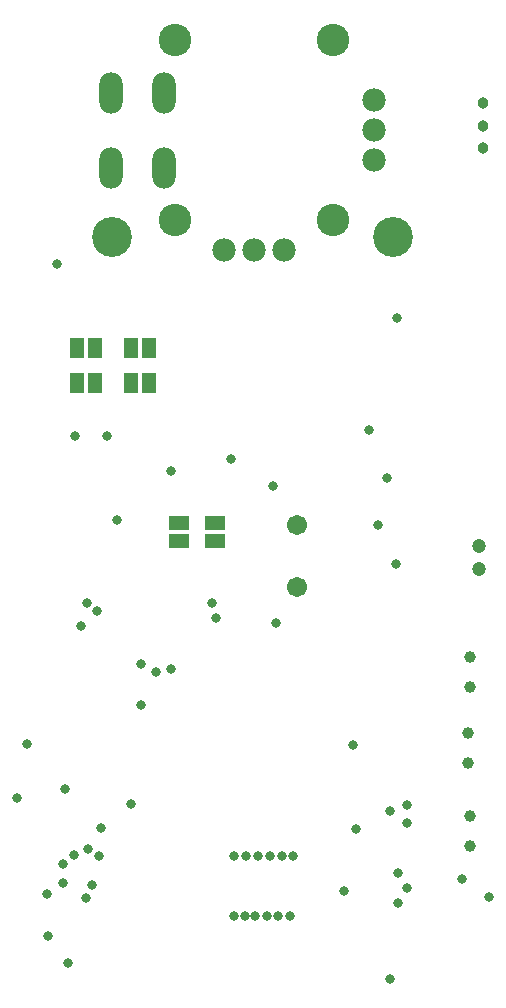
<source format=gbs>
G04 Layer_Color=16711935*
%FSLAX25Y25*%
%MOIN*%
G70*
G01*
G75*
%ADD67C,0.10800*%
%ADD68O,0.07800X0.13800*%
%ADD69C,0.07800*%
%ADD70R,0.06700X0.05100*%
%ADD71C,0.13300*%
%ADD72R,0.05100X0.06700*%
%ADD73C,0.03950*%
%ADD74C,0.04737*%
%ADD75C,0.06706*%
%ADD76C,0.03800*%
%ADD77C,0.03200*%
D67*
X286250Y621500D02*
D03*
X338750D02*
D03*
Y561500D02*
D03*
X286250D02*
D03*
D68*
X282500Y604000D02*
D03*
X264800D02*
D03*
X282500Y579000D02*
D03*
X264800D02*
D03*
D69*
X352500Y601500D02*
D03*
Y591500D02*
D03*
Y581500D02*
D03*
X322500Y551500D02*
D03*
X312500D02*
D03*
X302500D02*
D03*
D70*
X287600Y460500D02*
D03*
Y454500D02*
D03*
X299500D02*
D03*
Y460500D02*
D03*
D71*
X265300Y556000D02*
D03*
X359000D02*
D03*
D72*
X277500Y519000D02*
D03*
X271500D02*
D03*
Y507100D02*
D03*
X277500D02*
D03*
X259500Y519000D02*
D03*
X253500D02*
D03*
Y507100D02*
D03*
X259500D02*
D03*
D73*
X384500Y363000D02*
D03*
Y353000D02*
D03*
X384000Y390500D02*
D03*
Y380500D02*
D03*
X384500Y416000D02*
D03*
Y406000D02*
D03*
D74*
X387500Y445126D02*
D03*
Y453000D02*
D03*
D75*
X327000Y439134D02*
D03*
Y460000D02*
D03*
D76*
X389000Y600500D02*
D03*
Y593000D02*
D03*
Y585500D02*
D03*
D77*
X313000Y329500D02*
D03*
X317000D02*
D03*
X320500D02*
D03*
X324500D02*
D03*
X322000Y349500D02*
D03*
X310000D02*
D03*
X306000D02*
D03*
X314000D02*
D03*
X318000D02*
D03*
X325500D02*
D03*
X309500Y329500D02*
D03*
X306000D02*
D03*
X360256Y529000D02*
D03*
X267000Y461500D02*
D03*
X257196Y351804D02*
D03*
X261000Y349500D02*
D03*
X280000Y411000D02*
D03*
X285000Y412000D02*
D03*
X271500Y367000D02*
D03*
X261500Y359000D02*
D03*
X345705Y386500D02*
D03*
X263500Y489500D02*
D03*
X253000D02*
D03*
X363500Y360500D02*
D03*
X346500Y358500D02*
D03*
X363500Y366500D02*
D03*
X342500Y338000D02*
D03*
X256500Y335500D02*
D03*
X249000Y340500D02*
D03*
Y347000D02*
D03*
X252500Y350000D02*
D03*
X360000Y447000D02*
D03*
X358000Y364500D02*
D03*
X354000Y460000D02*
D03*
X357000Y475500D02*
D03*
X247000Y547000D02*
D03*
X305000Y482000D02*
D03*
X285000Y478000D02*
D03*
X319000Y473000D02*
D03*
X236744Y386744D02*
D03*
X358000Y308500D02*
D03*
X391000Y336000D02*
D03*
X382000Y342000D02*
D03*
X319756Y427244D02*
D03*
X254909Y426090D02*
D03*
X360500Y334000D02*
D03*
X363500Y339000D02*
D03*
X360500Y344000D02*
D03*
X258500Y340000D02*
D03*
X250500Y314000D02*
D03*
X249500Y372000D02*
D03*
X233500Y369000D02*
D03*
X275000Y400000D02*
D03*
X244000Y323000D02*
D03*
X243500Y337000D02*
D03*
X275000Y413500D02*
D03*
X351000Y491415D02*
D03*
X260291Y431209D02*
D03*
X256768Y433768D02*
D03*
X300000Y429000D02*
D03*
X298500Y434000D02*
D03*
M02*

</source>
